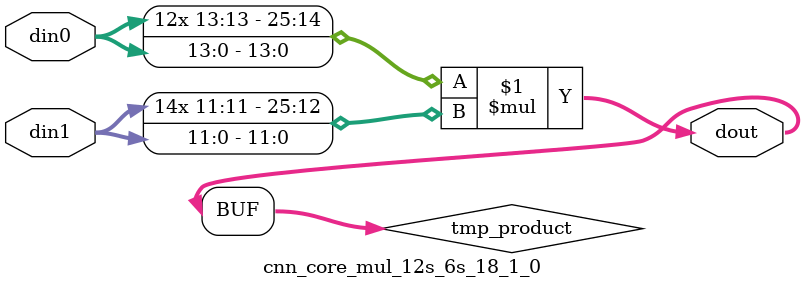
<source format=v>

`timescale 1 ns / 1 ps

  module cnn_core_mul_12s_6s_18_1_0(din0, din1, dout);
parameter ID = 1;
parameter NUM_STAGE = 0;
parameter din0_WIDTH = 14;
parameter din1_WIDTH = 12;
parameter dout_WIDTH = 26;

input [din0_WIDTH - 1 : 0] din0; 
input [din1_WIDTH - 1 : 0] din1; 
output [dout_WIDTH - 1 : 0] dout;

wire signed [dout_WIDTH - 1 : 0] tmp_product;













assign tmp_product = $signed(din0) * $signed(din1);








assign dout = tmp_product;







endmodule

</source>
